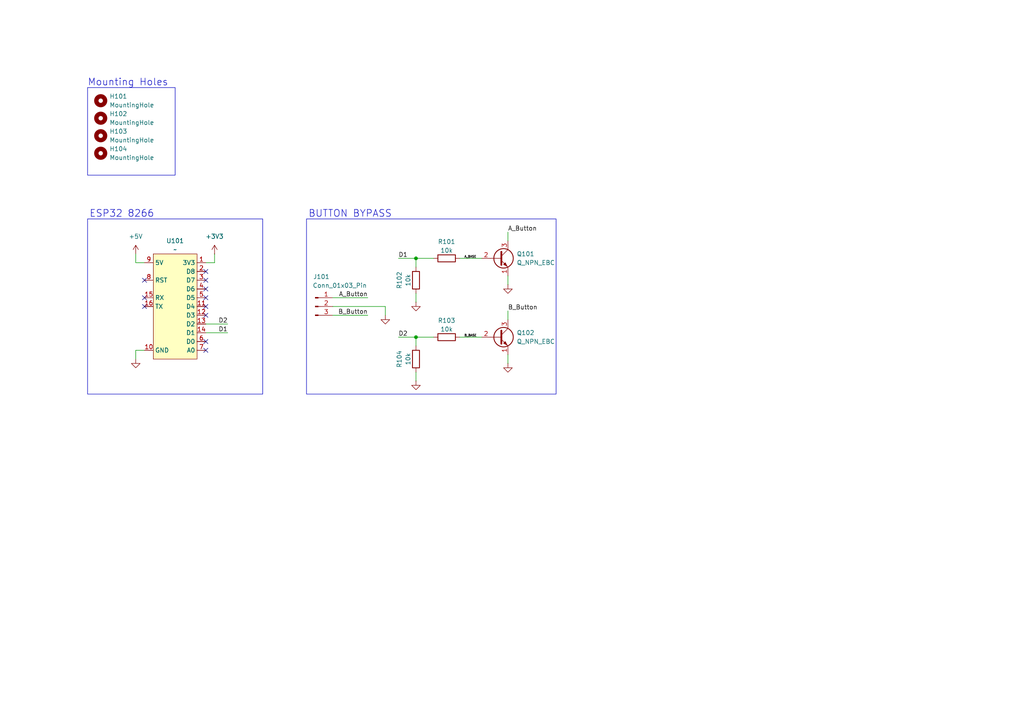
<source format=kicad_sch>
(kicad_sch (version 20250114) (generator "eeschema") (generator_version "9.0")
  (paper "A4")
  (lib_symbols
    (symbol "Connector:Conn_01x03_Pin" (pin_names (offset 1.016) (hide yes))
      (property "Reference" "J" (at 0 5.08 0))
      (property "Value" "Conn_01x03_Pin" (at 0 -5.08 0))
      (symbol "Conn_01x03_Pin_1_1"
        (rectangle (start 0.8636 2.667) (end 0 2.413) (stroke (width 0.1524)) (fill (type outline)))
        (rectangle (start 0.8636 0.127) (end 0 -0.127) (stroke (width 0.1524)) (fill (type outline)))
        (rectangle (start 0.8636 -2.413) (end 0 -2.667) (stroke (width 0.1524)) (fill (type outline)))
        (polyline (pts (xy 1.27 2.54) (xy 0.8636 2.54)) (stroke (width 0.1524)))
        (polyline (pts (xy 1.27 0) (xy 0.8636 0)) (stroke (width 0.1524)))
        (polyline (pts (xy 1.27 -2.54) (xy 0.8636 -2.54)) (stroke (width 0.1524)))
        (pin passive line (at 5.08 2.54 180) (length 3.81) (name "Pin_1") (number "1"))
        (pin passive line (at 5.08 0 180) (length 3.81) (name "Pin_2") (number "2"))
        (pin passive line (at 5.08 -2.54 180) (length 3.81) (name "Pin_3") (number "3"))
      )
    )
    (symbol "Device:R" (pin_numbers (hide yes)) (pin_names (offset 0))
      (property "Reference" "R" (at 2.032 0 90))
      (property "Value" "R" (at 0 0 90))
      (symbol "R_0_1"
        (rectangle (start -1.016 -2.54) (end 1.016 2.54) (stroke (width 0.254)))
      )
      (symbol "R_1_1"
        (pin passive line (at 0 3.81 270) (length 1.27) (name "~") (number "1"))
        (pin passive line (at 0 -3.81 90) (length 1.27) (name "~") (number "2"))
      )
    )
    (symbol "Mechanical:MountingHole" (pin_names (offset 1.016)) (exclude_from_sim yes) (in_bom no)
      (property "Reference" "H" (at 0 5.08 0))
      (property "Value" "MountingHole" (at 0 3.175 0))
      (symbol "MountingHole_0_1"
        (circle (center 0 0) (radius 1.27) (stroke (width 1.27)))
      )
    )
    (symbol "Transistor_BJT:Q_NPN_EBC" (pin_names (offset 0) (hide yes))
      (property "Reference" "Q" (at 5.08 1.27 0))
      (property "Value" "Q_NPN_EBC" (at 5.08 -1.27 0))
      (symbol "Q_NPN_EBC_0_1"
        (polyline (pts (xy -2.54 0) (xy 0.635 0)))
        (polyline (pts (xy 0.635 1.905) (xy 0.635 -1.905)) (stroke (width 0.508)))
        (circle (center 1.27 0) (radius 2.8194) (stroke (width 0.254)))
      )
      (symbol "Q_NPN_EBC_1_1"
        (polyline (pts (xy 0.635 0.635) (xy 2.54 2.54)))
        (polyline (pts (xy 0.635 -0.635) (xy 2.54 -2.54)))
        (polyline (pts (xy 1.27 -1.778) (xy 1.778 -1.27) (xy 2.286 -2.286) (xy 1.27 -1.778)) (fill (type outline)))
        (pin input line (at -5.08 0 0) (length 2.54) (name "B") (number "2"))
        (pin passive line (at 2.54 5.08 270) (length 2.54) (name "C") (number "3"))
        (pin passive line (at 2.54 -5.08 90) (length 2.54) (name "E") (number "1"))
      )
    )
    (symbol "power:+3V3" (power) (pin_numbers (hide yes)) (pin_names (offset 0) (hide yes))
      (property "Value" "+3V3" (at 0 3.556 0))
      (symbol "+3V3_0_1"
        (polyline (pts (xy -0.762 1.27) (xy 0 2.54)))
        (polyline (pts (xy 0 2.54) (xy 0.762 1.27)))
        (polyline (pts (xy 0 0) (xy 0 2.54)))
      )
      (symbol "+3V3_1_1"
        (pin power_in line (at 0 0 90) (length 0) (name "~") (number "1"))
      )
    )
    (symbol "power:+5V" (power) (pin_numbers (hide yes)) (pin_names (offset 0) (hide yes))
      (property "Value" "+5V" (at 0 3.556 0))
      (symbol "+5V_0_1"
        (polyline (pts (xy -0.762 1.27) (xy 0 2.54)))
        (polyline (pts (xy 0 2.54) (xy 0.762 1.27)))
        (polyline (pts (xy 0 0) (xy 0 2.54)))
      )
      (symbol "+5V_1_1"
        (pin power_in line (at 0 0 90) (length 0) (name "~") (number "1"))
      )
    )
    (symbol "power:GND" (power) (pin_numbers (hide yes)) (pin_names (offset 0) (hide yes))
      (property "Value" "GND" (at 0 -3.81 0))
      (symbol "GND_0_1"
        (polyline (pts (xy 0 0) (xy 0 -1.27) (xy 1.27 -1.27) (xy 0 -2.54) (xy -1.27 -1.27) (xy 0 -1.27)))
      )
      (symbol "GND_1_1"
        (pin power_in line (at 0 0 270) (length 0) (name "~") (number "1"))
      )
    )
    (symbol "temperature_sensor_symbols:ESP"
      (property "Reference" "U" (at 0 1.016 0))
      (symbol "ESP_1_1"
        (rectangle (start -6.35 0) (end 6.35 -30.48) (fill (type background)))
        (pin power_in line (at -8.89 -2.54 0) (length 2.54) (name "5V") (number "9"))
        (pin input line (at -8.89 -7.62 0) (length 2.54) (name "RST") (number "8"))
        (pin input line (at -8.89 -12.7 0) (length 2.54) (name "RX") (number "15"))
        (pin input line (at -8.89 -15.24 0) (length 2.54) (name "TX") (number "16"))
        (pin power_in line (at -8.89 -27.94 0) (length 2.54) (name "GND") (number "10"))
        (pin power_out line (at 8.89 -2.54 180) (length 2.54) (name "3V3") (number "1"))
        (pin output line (at 8.89 -5.08 180) (length 2.54) (name "D8") (number "2"))
        (pin output line (at 8.89 -7.62 180) (length 2.54) (name "D7") (number "3"))
        (pin output line (at 8.89 -10.16 180) (length 2.54) (name "D6") (number "4"))
        (pin output line (at 8.89 -12.7 180) (length 2.54) (name "D5") (number "5"))
        (pin output line (at 8.89 -15.24 180) (length 2.54) (name "D4") (number "11"))
        (pin output line (at 8.89 -17.78 180) (length 2.54) (name "D3") (number "12"))
        (pin output line (at 8.89 -20.32 180) (length 2.54) (name "D2") (number "13"))
        (pin output line (at 8.89 -22.86 180) (length 2.54) (name "D1") (number "14"))
        (pin output line (at 8.89 -25.4 180) (length 2.54) (name "D0") (number "6"))
        (pin output line (at 8.89 -27.94 180) (length 2.54) (name "A0") (number "7"))
      )
    )
  )
  (rectangle (start 25.4 25.4) (end 50.8 50.8))
  (rectangle (start 25.4 63.5) (end 76.2 114.3))
  (rectangle (start 88.9 63.5) (end 161.29 114.3))
  (text "Mounting Holes" (at 25.4 25.146 0) (effects (font (size 2 2)) (justify left bottom)))
  (text "BUTTON BYPASS" (at 89.408 63.246 0) (effects (font (size 2 2)) (justify left bottom)))
  (text "ESP32 8266" (at 25.908 63.246 0) (effects (font (size 2 2)) (justify left bottom)))
  (junction (at 120.65 97.79))
  (junction (at 120.65 74.93))
  (no_connect (at 41.91 86.36))
  (no_connect (at 59.69 99.06))
  (no_connect (at 59.69 91.44))
  (no_connect (at 41.91 88.9))
  (no_connect (at 41.91 81.28))
  (no_connect (at 59.69 78.74))
  (no_connect (at 59.69 88.9))
  (no_connect (at 59.69 83.82))
  (no_connect (at 59.69 81.28))
  (no_connect (at 59.69 101.6))
  (no_connect (at 59.69 86.36))
  (wire (pts (xy 120.65 74.93) (xy 125.73 74.93)))
  (wire (pts (xy 39.37 101.6) (xy 39.37 104.14)))
  (wire (pts (xy 133.35 97.79) (xy 139.7 97.79)))
  (wire (pts (xy 120.65 85.09) (xy 120.65 87.63)))
  (wire (pts (xy 39.37 76.2) (xy 41.91 76.2)))
  (wire (pts (xy 111.76 88.9) (xy 96.52 88.9)))
  (wire (pts (xy 120.65 100.33) (xy 120.65 97.79)))
  (wire (pts (xy 115.57 74.93) (xy 120.65 74.93)))
  (wire (pts (xy 59.69 96.52) (xy 66.04 96.52)))
  (wire (pts (xy 41.91 101.6) (xy 39.37 101.6)))
  (wire (pts (xy 120.65 77.47) (xy 120.65 74.93)))
  (wire (pts (xy 147.32 105.41) (xy 147.32 102.87)))
  (wire (pts (xy 115.57 97.79) (xy 120.65 97.79)))
  (wire (pts (xy 147.32 90.17) (xy 147.32 92.71)))
  (wire (pts (xy 96.52 86.36) (xy 106.68 86.36)))
  (wire (pts (xy 125.73 97.79) (xy 120.65 97.79)))
  (wire (pts (xy 62.23 76.2) (xy 59.69 76.2)))
  (wire (pts (xy 96.52 91.44) (xy 106.68 91.44)))
  (wire (pts (xy 147.32 67.31) (xy 147.32 69.85)))
  (wire (pts (xy 111.76 91.44) (xy 111.76 88.9)))
  (wire (pts (xy 147.32 82.55) (xy 147.32 80.01)))
  (wire (pts (xy 62.23 73.66) (xy 62.23 76.2)))
  (wire (pts (xy 39.37 73.66) (xy 39.37 76.2)))
  (wire (pts (xy 133.35 74.93) (xy 139.7 74.93)))
  (wire (pts (xy 120.65 107.95) (xy 120.65 110.49)))
  (wire (pts (xy 59.69 93.98) (xy 66.04 93.98)))
  (label "D2" (at 115.57 97.79 0))
  (label "A_Button" (at 147.32 67.31 0))
  (label "A_Button" (at 106.68 86.36 180))
  (label "B_Button" (at 147.32 90.17 0))
  (label "B_BASE" (at 134.62 97.79 0) (effects (font (size 0.635 0.635))))
  (label "A_BASE" (at 134.62 74.93 0) (effects (font (size 0.635 0.635))))
  (label "D1" (at 66.04 96.52 180))
  (label "B_Button" (at 106.68 91.44 180))
  (label "D1" (at 115.57 74.93 0))
  (label "D2" (at 66.04 93.98 180))
  (symbol (lib_id "Mechanical:MountingHole") (at 29.21 34.29 0) (unit 1) (exclude_from_sim yes) (in_bom no)
    (property "Reference" "H102" (at 31.75 33.0199 0) (effects (justify left)))
    (property "Value" "MountingHole" (at 31.75 35.5599 0) (effects (justify left)))
    (property "Footprint" "MountingHole:MountingHole_2.5mm" (effects (hide yes)))
    (property "Description" "Mounting Hole without connection" (effects (hide yes)))
  )
  (symbol (lib_id "Device:R") (at 120.65 81.28 180) (unit 1)
    (property "Reference" "R102" (at 115.824 81.28 90))
    (property "Value" "10k" (at 118.364 81.28 90))
    (property "Footprint" "Resistor_THT:R_Axial_DIN0204_L3.6mm_D1.6mm_P7.62mm_Horizontal" (effects (hide yes)))
    (property "Description" "Resistor" (effects (hide yes)))
  )
  (symbol (lib_id "power:GND") (at 120.65 110.49 0) (unit 1)
    (property "Reference" "#PWR03" (effects (hide yes)))
    (property "Value" "GND" (effects (hide yes)))
    (property "Description" "Power symbol creates a global label with name \"GND\" , ground" (effects (hide yes)))
  )
  (symbol (lib_id "Mechanical:MountingHole") (at 29.21 39.37 0) (unit 1) (exclude_from_sim yes) (in_bom no)
    (property "Reference" "H103" (at 31.75 38.0999 0) (effects (justify left)))
    (property "Value" "MountingHole" (at 31.75 40.6399 0) (effects (justify left)))
    (property "Footprint" "MountingHole:MountingHole_2.5mm" (effects (hide yes)))
    (property "Description" "Mounting Hole without connection" (effects (hide yes)))
  )
  (symbol (lib_id "Mechanical:MountingHole") (at 29.21 44.45 0) (unit 1) (exclude_from_sim yes) (in_bom no)
    (property "Reference" "H104" (at 31.75 43.1799 0) (effects (justify left)))
    (property "Value" "MountingHole" (at 31.75 45.7199 0) (effects (justify left)))
    (property "Footprint" "MountingHole:MountingHole_2.5mm" (effects (hide yes)))
    (property "Description" "Mounting Hole without connection" (effects (hide yes)))
  )
  (symbol (lib_id "power:GND") (at 120.65 87.63 0) (unit 1)
    (property "Reference" "#PWR01" (effects (hide yes)))
    (property "Value" "GND" (effects (hide yes)))
    (property "Description" "Power symbol creates a global label with name \"GND\" , ground" (effects (hide yes)))
  )
  (symbol (lib_id "power:+3V3") (at 62.23 73.66 0) (unit 1)
    (property "Reference" "#PWR0103" (effects (hide yes)))
    (property "Value" "+3V3" (at 62.23 68.58 0))
    (property "Description" "Power symbol creates a global label with name \"+3V3\"" (effects (hide yes)))
  )
  (symbol (lib_id "power:+5V") (at 39.37 73.66 0) (unit 1)
    (property "Reference" "#PWR0101" (effects (hide yes)))
    (property "Value" "+5V" (at 39.37 68.58 0))
    (property "Description" "Power symbol creates a global label with name \"+5V\"" (effects (hide yes)))
  )
  (symbol (lib_id "Mechanical:MountingHole") (at 29.21 29.21 0) (unit 1) (exclude_from_sim yes) (in_bom no)
    (property "Reference" "H101" (at 31.75 27.9399 0) (effects (justify left)))
    (property "Value" "MountingHole" (at 31.75 30.4799 0) (effects (justify left)))
    (property "Footprint" "MountingHole:MountingHole_2.5mm" (effects (hide yes)))
    (property "Description" "Mounting Hole without connection" (effects (hide yes)))
  )
  (symbol (lib_id "Device:R") (at 129.54 74.93 90) (unit 1)
    (property "Reference" "R101" (at 129.54 70.104 90))
    (property "Value" "10k" (at 129.54 72.644 90))
    (property "Footprint" "Resistor_THT:R_Axial_DIN0204_L3.6mm_D1.6mm_P7.62mm_Horizontal" (effects (hide yes)))
    (property "Description" "Resistor" (effects (hide yes)))
  )
  (symbol (lib_id "power:GND") (at 111.76 91.44 0) (unit 1)
    (property "Reference" "#PWR05" (effects (hide yes)))
    (property "Value" "GND" (effects (hide yes)))
    (property "Description" "Power symbol creates a global label with name \"GND\" , ground" (effects (hide yes)))
  )
  (symbol (lib_id "temperature_sensor_symbols:ESP") (at 50.8 73.66 0) (unit 1)
    (property "Reference" "U101" (at 50.8 69.85 0))
    (property "Value" "~" (at 50.8 72.39 0))
    (property "Footprint" "nanolab_hw_library:ESP" (effects (hide yes)))
  )
  (symbol (lib_id "power:GND") (at 147.32 105.41 0) (unit 1)
    (property "Reference" "#PWR04" (effects (hide yes)))
    (property "Value" "GND" (effects (hide yes)))
    (property "Description" "Power symbol creates a global label with name \"GND\" , ground" (effects (hide yes)))
  )
  (symbol (lib_id "Connector:Conn_01x03_Pin") (at 91.44 88.9 0) (unit 1)
    (property "Reference" "J101" (at 93.218 80.264 0))
    (property "Value" "Conn_01x03_Pin" (at 98.552 82.804 0))
    (property "Footprint" "Connector_PinHeader_2.54mm:PinHeader_1x03_P2.54mm_Vertical" (effects (hide yes)))
    (property "Description" "Generic connector, single row, 01x03, script generated" (effects (hide yes)))
  )
  (symbol (lib_id "power:GND") (at 147.32 82.55 0) (unit 1)
    (property "Reference" "#PWR02" (effects (hide yes)))
    (property "Value" "GND" (effects (hide yes)))
    (property "Description" "Power symbol creates a global label with name \"GND\" , ground" (effects (hide yes)))
  )
  (symbol (lib_id "power:GND") (at 39.37 104.14 0) (unit 1)
    (property "Reference" "#PWR0102" (effects (hide yes)))
    (property "Value" "GND" (effects (hide yes)))
    (property "Description" "Power symbol creates a global label with name \"GND\" , ground" (effects (hide yes)))
  )
  (symbol (lib_id "Transistor_BJT:Q_NPN_EBC") (at 144.78 97.79 0) (unit 1)
    (property "Reference" "Q102" (at 149.86 96.5199 0) (effects (justify left)))
    (property "Value" "Q_NPN_EBC" (at 149.86 99.0599 0) (effects (justify left)))
    (property "Footprint" "Package_TO_SOT_THT:TO-92L_HandSolder" (effects (hide yes)))
    (property "Description" "NPN transistor, emitter/base/collector" (effects (hide yes)))
  )
  (symbol (lib_id "Device:R") (at 120.65 104.14 180) (unit 1)
    (property "Reference" "R104" (at 115.824 104.14 90))
    (property "Value" "10k" (at 118.364 104.14 90))
    (property "Footprint" "Resistor_THT:R_Axial_DIN0204_L3.6mm_D1.6mm_P7.62mm_Horizontal" (effects (hide yes)))
    (property "Description" "Resistor" (effects (hide yes)))
  )
  (symbol (lib_id "Transistor_BJT:Q_NPN_EBC") (at 144.78 74.93 0) (unit 1)
    (property "Reference" "Q101" (at 149.86 73.6599 0) (effects (justify left)))
    (property "Value" "Q_NPN_EBC" (at 149.86 76.1999 0) (effects (justify left)))
    (property "Footprint" "Package_TO_SOT_THT:TO-92L_HandSolder" (effects (hide yes)))
    (property "Description" "NPN transistor, emitter/base/collector" (effects (hide yes)))
  )
  (symbol (lib_id "Device:R") (at 129.54 97.79 90) (unit 1)
    (property "Reference" "R103" (at 129.54 92.964 90))
    (property "Value" "10k" (at 129.54 95.504 90))
    (property "Footprint" "Resistor_THT:R_Axial_DIN0204_L3.6mm_D1.6mm_P7.62mm_Horizontal" (effects (hide yes)))
    (property "Description" "Resistor" (effects (hide yes)))
  )
)
</source>
